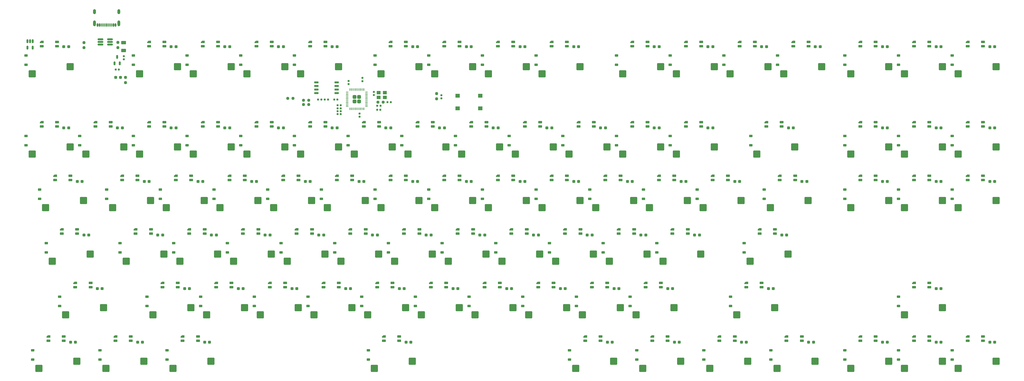
<source format=gbr>
%TF.GenerationSoftware,KiCad,Pcbnew,8.0.8*%
%TF.CreationDate,2025-02-03T11:25:15-05:00*%
%TF.ProjectId,keyboard_pcb,6b657962-6f61-4726-945f-7063622e6b69,rev?*%
%TF.SameCoordinates,Original*%
%TF.FileFunction,Paste,Bot*%
%TF.FilePolarity,Positive*%
%FSLAX46Y46*%
G04 Gerber Fmt 4.6, Leading zero omitted, Abs format (unit mm)*
G04 Created by KiCad (PCBNEW 8.0.8) date 2025-02-03 11:25:15*
%MOMM*%
%LPD*%
G01*
G04 APERTURE LIST*
G04 Aperture macros list*
%AMRoundRect*
0 Rectangle with rounded corners*
0 $1 Rounding radius*
0 $2 $3 $4 $5 $6 $7 $8 $9 X,Y pos of 4 corners*
0 Add a 4 corners polygon primitive as box body*
4,1,4,$2,$3,$4,$5,$6,$7,$8,$9,$2,$3,0*
0 Add four circle primitives for the rounded corners*
1,1,$1+$1,$2,$3*
1,1,$1+$1,$4,$5*
1,1,$1+$1,$6,$7*
1,1,$1+$1,$8,$9*
0 Add four rect primitives between the rounded corners*
20,1,$1+$1,$2,$3,$4,$5,0*
20,1,$1+$1,$4,$5,$6,$7,0*
20,1,$1+$1,$6,$7,$8,$9,0*
20,1,$1+$1,$8,$9,$2,$3,0*%
%AMFreePoly0*
4,1,18,-0.410000,0.593000,-0.403758,0.624380,-0.385983,0.650983,-0.359380,0.668758,-0.328000,0.675000,0.328000,0.675000,0.359380,0.668758,0.385983,0.650983,0.403758,0.624380,0.410000,0.593000,0.410000,-0.593000,0.403758,-0.624380,0.385983,-0.650983,0.359380,-0.668758,0.328000,-0.675000,0.000000,-0.675000,-0.410000,-0.265000,-0.410000,0.593000,-0.410000,0.593000,$1*%
G04 Aperture macros list end*
%ADD10RoundRect,0.250000X-1.025000X-1.000000X1.025000X-1.000000X1.025000X1.000000X-1.025000X1.000000X0*%
%ADD11RoundRect,0.225000X-0.375000X0.225000X-0.375000X-0.225000X0.375000X-0.225000X0.375000X0.225000X0*%
%ADD12RoundRect,0.237500X-0.300000X-0.237500X0.300000X-0.237500X0.300000X0.237500X-0.300000X0.237500X0*%
%ADD13RoundRect,0.082000X-0.593000X0.328000X-0.593000X-0.328000X0.593000X-0.328000X0.593000X0.328000X0*%
%ADD14FreePoly0,270.000000*%
%ADD15RoundRect,0.250000X-0.625000X0.375000X-0.625000X-0.375000X0.625000X-0.375000X0.625000X0.375000X0*%
%ADD16RoundRect,0.155000X-0.155000X0.212500X-0.155000X-0.212500X0.155000X-0.212500X0.155000X0.212500X0*%
%ADD17RoundRect,0.155000X0.212500X0.155000X-0.212500X0.155000X-0.212500X-0.155000X0.212500X-0.155000X0*%
%ADD18RoundRect,0.237500X-0.237500X0.250000X-0.237500X-0.250000X0.237500X-0.250000X0.237500X0.250000X0*%
%ADD19RoundRect,0.155000X-0.212500X-0.155000X0.212500X-0.155000X0.212500X0.155000X-0.212500X0.155000X0*%
%ADD20RoundRect,0.150000X-0.150000X0.512500X-0.150000X-0.512500X0.150000X-0.512500X0.150000X0.512500X0*%
%ADD21RoundRect,0.155000X0.155000X-0.212500X0.155000X0.212500X-0.155000X0.212500X-0.155000X-0.212500X0*%
%ADD22R,1.600000X1.400000*%
%ADD23RoundRect,0.237500X0.250000X0.237500X-0.250000X0.237500X-0.250000X-0.237500X0.250000X-0.237500X0*%
%ADD24RoundRect,0.237500X0.287500X0.237500X-0.287500X0.237500X-0.287500X-0.237500X0.287500X-0.237500X0*%
%ADD25RoundRect,0.237500X-0.250000X-0.237500X0.250000X-0.237500X0.250000X0.237500X-0.250000X0.237500X0*%
%ADD26RoundRect,0.150000X0.650000X0.150000X-0.650000X0.150000X-0.650000X-0.150000X0.650000X-0.150000X0*%
%ADD27O,1.000000X2.100000*%
%ADD28O,1.000000X1.800000*%
%ADD29RoundRect,0.150000X-0.150000X-0.425000X0.150000X-0.425000X0.150000X0.425000X-0.150000X0.425000X0*%
%ADD30RoundRect,0.075000X-0.075000X-0.500000X0.075000X-0.500000X0.075000X0.500000X-0.075000X0.500000X0*%
%ADD31RoundRect,0.162500X0.837500X0.162500X-0.837500X0.162500X-0.837500X-0.162500X0.837500X-0.162500X0*%
%ADD32R,1.400000X1.200000*%
%ADD33RoundRect,0.050000X-0.387500X0.050000X-0.387500X-0.050000X0.387500X-0.050000X0.387500X0.050000X0*%
%ADD34RoundRect,0.050000X-0.050000X0.387500X-0.050000X-0.387500X0.050000X-0.387500X0.050000X0.387500X0*%
%ADD35RoundRect,0.249999X-0.395001X0.395001X-0.395001X-0.395001X0.395001X-0.395001X0.395001X0.395001X0*%
%ADD36RoundRect,0.150000X0.150000X-0.512500X0.150000X0.512500X-0.150000X0.512500X-0.150000X-0.512500X0*%
G04 APERTURE END LIST*
D10*
%TO.C,MX17*%
X45460000Y-69215000D03*
X32010000Y-71755000D03*
%TD*%
D11*
%TO.C,D60*%
X215587500Y-103375000D03*
X215587500Y-106675000D03*
%TD*%
D12*
%TO.C,C65*%
X86100000Y-119575000D03*
X87825000Y-119575000D03*
%TD*%
D10*
%TO.C,MX7*%
X188335000Y-40640000D03*
X174885000Y-43180000D03*
%TD*%
D11*
%TO.C,D34*%
X34612500Y-84325000D03*
X34612500Y-87625000D03*
%TD*%
D13*
%TO.C,LED23*%
X155125000Y-61925000D03*
X155125000Y-60425000D03*
X149675000Y-61925000D03*
D14*
X149675000Y-60425000D03*
%TD*%
D11*
%TO.C,D29*%
X258450000Y-65275000D03*
X258450000Y-68575000D03*
%TD*%
D10*
%TO.C,MX24*%
X178810000Y-69215000D03*
X165360000Y-71755000D03*
%TD*%
D13*
%TO.C,LED17*%
X40825000Y-61925000D03*
X40825000Y-60425000D03*
X35375000Y-61925000D03*
D14*
X35375000Y-60425000D03*
%TD*%
D11*
%TO.C,D62*%
X253687500Y-103375000D03*
X253687500Y-106675000D03*
%TD*%
D12*
%TO.C,C68*%
X143250000Y-119575000D03*
X144975000Y-119575000D03*
%TD*%
D11*
%TO.C,D22*%
X125100000Y-65275000D03*
X125100000Y-68575000D03*
%TD*%
D10*
%TO.C,MX10*%
X255010000Y-40640000D03*
X241560000Y-43180000D03*
%TD*%
D11*
%TO.C,D64*%
X41756250Y-122425000D03*
X41756250Y-125725000D03*
%TD*%
%TO.C,D23*%
X144150000Y-65275000D03*
X144150000Y-68575000D03*
%TD*%
D13*
%TO.C,LED43*%
X221800000Y-80975000D03*
X221800000Y-79475000D03*
X216350000Y-80975000D03*
D14*
X216350000Y-79475000D03*
%TD*%
D10*
%TO.C,MX75*%
X295491250Y-126365000D03*
X282041250Y-128905000D03*
%TD*%
%TO.C,MX71*%
X202622500Y-126365000D03*
X189172500Y-128905000D03*
%TD*%
D13*
%TO.C,LED79*%
X90831250Y-138125000D03*
X90831250Y-136625000D03*
X85381250Y-138125000D03*
D14*
X85381250Y-136625000D03*
%TD*%
D13*
%TO.C,LED29*%
X269425000Y-61925000D03*
X269425000Y-60425000D03*
X263975000Y-61925000D03*
D14*
X263975000Y-60425000D03*
%TD*%
D15*
%TO.C,F1*%
X64475000Y-32150000D03*
X64475000Y-34950000D03*
%TD*%
D10*
%TO.C,MX74*%
X259772500Y-126365000D03*
X246322500Y-128905000D03*
%TD*%
D13*
%TO.C,LED20*%
X97975000Y-61925000D03*
X97975000Y-60425000D03*
X92525000Y-61925000D03*
D14*
X92525000Y-60425000D03*
%TD*%
D11*
%TO.C,D1*%
X29850000Y-36700000D03*
X29850000Y-40000000D03*
%TD*%
D16*
%TO.C,C99*%
X64575000Y-36907500D03*
X64575000Y-38042500D03*
%TD*%
D12*
%TO.C,C45*%
X262312500Y-81475000D03*
X264037500Y-81475000D03*
%TD*%
D13*
%TO.C,LED1*%
X40825000Y-33350000D03*
X40825000Y-31850000D03*
X35375000Y-33350000D03*
D14*
X35375000Y-31850000D03*
%TD*%
D11*
%TO.C,D74*%
X244162500Y-122425000D03*
X244162500Y-125725000D03*
%TD*%
D12*
%TO.C,C24*%
X176587500Y-62425000D03*
X178312500Y-62425000D03*
%TD*%
D13*
%TO.C,LED69*%
X159887500Y-119075000D03*
X159887500Y-117575000D03*
X154437500Y-119075000D03*
D14*
X154437500Y-117575000D03*
%TD*%
D10*
%TO.C,MX68*%
X145472500Y-126365000D03*
X132022500Y-128905000D03*
%TD*%
D17*
%TO.C,C103*%
X159242500Y-53300000D03*
X158107500Y-53300000D03*
%TD*%
D12*
%TO.C,C3*%
X100387500Y-33528000D03*
X102112500Y-33528000D03*
%TD*%
D13*
%TO.C,LED77*%
X43206250Y-138125000D03*
X43206250Y-136625000D03*
X37756250Y-138125000D03*
D14*
X37756250Y-136625000D03*
%TD*%
D13*
%TO.C,LED87*%
X369437500Y-138125000D03*
X369437500Y-136625000D03*
X363987500Y-138125000D03*
D14*
X363987500Y-136625000D03*
%TD*%
D11*
%TO.C,D32*%
X339412500Y-65275000D03*
X339412500Y-68575000D03*
%TD*%
D10*
%TO.C,MX44*%
X245485000Y-88265000D03*
X232035000Y-90805000D03*
%TD*%
D11*
%TO.C,D70*%
X167962500Y-122425000D03*
X167962500Y-125725000D03*
%TD*%
D13*
%TO.C,LED34*%
X45587500Y-80975000D03*
X45587500Y-79475000D03*
X40137500Y-80975000D03*
D14*
X40137500Y-79475000D03*
%TD*%
D10*
%TO.C,MX85*%
X335972500Y-145415000D03*
X322522500Y-147955000D03*
%TD*%
%TO.C,MX61*%
X250247500Y-107315000D03*
X236797500Y-109855000D03*
%TD*%
%TO.C,MX28*%
X255010000Y-69215000D03*
X241560000Y-71755000D03*
%TD*%
D17*
%TO.C,C89*%
X140317500Y-52350000D03*
X139182500Y-52350000D03*
%TD*%
D13*
%TO.C,LED53*%
X93212500Y-100025000D03*
X93212500Y-98525000D03*
X87762500Y-100025000D03*
D14*
X87762500Y-98525000D03*
%TD*%
D13*
%TO.C,LED28*%
X250375000Y-61925000D03*
X250375000Y-60425000D03*
X244925000Y-61925000D03*
D14*
X244925000Y-60425000D03*
%TD*%
D10*
%TO.C,MX39*%
X150235000Y-88265000D03*
X136785000Y-90805000D03*
%TD*%
D11*
%TO.C,D63*%
X284643750Y-103375000D03*
X284643750Y-106675000D03*
%TD*%
D10*
%TO.C,MX25*%
X197860000Y-69215000D03*
X184410000Y-71755000D03*
%TD*%
D11*
%TO.C,D43*%
X210825000Y-84325000D03*
X210825000Y-87625000D03*
%TD*%
D12*
%TO.C,C80*%
X164681250Y-138625000D03*
X166406250Y-138625000D03*
%TD*%
D11*
%TO.C,D68*%
X129862500Y-122425000D03*
X129862500Y-125725000D03*
%TD*%
D13*
%TO.C,LED32*%
X350387500Y-61925000D03*
X350387500Y-60425000D03*
X344937500Y-61925000D03*
D14*
X344937500Y-60425000D03*
%TD*%
D10*
%TO.C,MX26*%
X216910000Y-69215000D03*
X203460000Y-71755000D03*
%TD*%
D12*
%TO.C,C69*%
X162300000Y-119575000D03*
X164025000Y-119575000D03*
%TD*%
D13*
%TO.C,LED76*%
X350387500Y-119075000D03*
X350387500Y-117575000D03*
X344937500Y-119075000D03*
D14*
X344937500Y-117575000D03*
%TD*%
D13*
%TO.C,LED75*%
X290856250Y-119075000D03*
X290856250Y-117575000D03*
X285406250Y-119075000D03*
D14*
X285406250Y-117575000D03*
%TD*%
D13*
%TO.C,LED78*%
X67018750Y-138125000D03*
X67018750Y-136625000D03*
X61568750Y-138125000D03*
D14*
X61568750Y-136625000D03*
%TD*%
D11*
%TO.C,D67*%
X110812500Y-122425000D03*
X110812500Y-125725000D03*
%TD*%
D10*
%TO.C,MX56*%
X154997500Y-107315000D03*
X141547500Y-109855000D03*
%TD*%
D13*
%TO.C,LED70*%
X178937500Y-119075000D03*
X178937500Y-117575000D03*
X173487500Y-119075000D03*
D14*
X173487500Y-117575000D03*
%TD*%
D11*
%TO.C,D65*%
X72712500Y-122425000D03*
X72712500Y-125725000D03*
%TD*%
D13*
%TO.C,LED50*%
X369437500Y-80975000D03*
X369437500Y-79475000D03*
X363987500Y-80975000D03*
D14*
X363987500Y-79475000D03*
%TD*%
D12*
%TO.C,C14*%
X333750000Y-33528000D03*
X335475000Y-33528000D03*
%TD*%
D10*
%TO.C,MX70*%
X183572500Y-126365000D03*
X170122500Y-128905000D03*
%TD*%
D11*
%TO.C,D18*%
X48900000Y-65275000D03*
X48900000Y-68575000D03*
%TD*%
%TO.C,D3*%
X87000000Y-36700000D03*
X87000000Y-40000000D03*
%TD*%
D10*
%TO.C,MX59*%
X212147500Y-107315000D03*
X198697500Y-109855000D03*
%TD*%
D18*
%TO.C,R5*%
X62425000Y-33862500D03*
X62425000Y-32037500D03*
%TD*%
D10*
%TO.C,MX40*%
X169285000Y-88265000D03*
X155835000Y-90805000D03*
%TD*%
D12*
%TO.C,C79*%
X93243750Y-138625000D03*
X94968750Y-138625000D03*
%TD*%
D13*
%TO.C,LED16*%
X369437500Y-33350000D03*
X369437500Y-31850000D03*
X363987500Y-33350000D03*
D14*
X363987500Y-31850000D03*
%TD*%
D10*
%TO.C,MX41*%
X188335000Y-88265000D03*
X174885000Y-90805000D03*
%TD*%
D11*
%TO.C,D79*%
X79856250Y-141475000D03*
X79856250Y-144775000D03*
%TD*%
%TO.C,D14*%
X320362500Y-36700000D03*
X320362500Y-40000000D03*
%TD*%
D13*
%TO.C,LED33*%
X369437500Y-61925000D03*
X369437500Y-60425000D03*
X363987500Y-61925000D03*
D14*
X363987500Y-60425000D03*
%TD*%
D12*
%TO.C,C71*%
X200400000Y-119575000D03*
X202125000Y-119575000D03*
%TD*%
D10*
%TO.C,MX42*%
X207385000Y-88265000D03*
X193935000Y-90805000D03*
%TD*%
%TO.C,MX38*%
X131185000Y-88265000D03*
X117735000Y-90805000D03*
%TD*%
D13*
%TO.C,LED42*%
X202750000Y-80975000D03*
X202750000Y-79475000D03*
X197300000Y-80975000D03*
D14*
X197300000Y-79475000D03*
%TD*%
D11*
%TO.C,D81*%
X222731250Y-141475000D03*
X222731250Y-144775000D03*
%TD*%
%TO.C,D59*%
X196537500Y-103375000D03*
X196537500Y-106675000D03*
%TD*%
D13*
%TO.C,LED30*%
X298000000Y-61925000D03*
X298000000Y-60425000D03*
X292550000Y-61925000D03*
D14*
X292550000Y-60425000D03*
%TD*%
D12*
%TO.C,C26*%
X214687500Y-62425000D03*
X216412500Y-62425000D03*
%TD*%
%TO.C,C10*%
X252787500Y-33528000D03*
X254512500Y-33528000D03*
%TD*%
%TO.C,C72*%
X219450000Y-119575000D03*
X221175000Y-119575000D03*
%TD*%
D19*
%TO.C,C94*%
X154482500Y-54525000D03*
X155617500Y-54525000D03*
%TD*%
D13*
%TO.C,LED60*%
X226562500Y-100025000D03*
X226562500Y-98525000D03*
X221112500Y-100025000D03*
D14*
X221112500Y-98525000D03*
%TD*%
D10*
%TO.C,MX15*%
X355022500Y-40640000D03*
X341572500Y-43180000D03*
%TD*%
%TO.C,MX76*%
X355022500Y-126365000D03*
X341572500Y-128905000D03*
%TD*%
D13*
%TO.C,LED6*%
X164650000Y-33350000D03*
X164650000Y-31850000D03*
X159200000Y-33350000D03*
D14*
X159200000Y-31850000D03*
%TD*%
D10*
%TO.C,MX66*%
X107372500Y-126365000D03*
X93922500Y-128905000D03*
%TD*%
D11*
%TO.C,D21*%
X106050000Y-65275000D03*
X106050000Y-68575000D03*
%TD*%
D13*
%TO.C,LED71*%
X197987500Y-119075000D03*
X197987500Y-117575000D03*
X192537500Y-119075000D03*
D14*
X192537500Y-117575000D03*
%TD*%
D10*
%TO.C,MX52*%
X78797500Y-107315000D03*
X65347500Y-109855000D03*
%TD*%
D12*
%TO.C,C12*%
X290887500Y-33528000D03*
X292612500Y-33528000D03*
%TD*%
D11*
%TO.C,D87*%
X358462500Y-141475000D03*
X358462500Y-144775000D03*
%TD*%
D12*
%TO.C,C40*%
X167062500Y-81475000D03*
X168787500Y-81475000D03*
%TD*%
%TO.C,C60*%
X228975000Y-100525000D03*
X230700000Y-100525000D03*
%TD*%
D13*
%TO.C,LED11*%
X269425000Y-33350000D03*
X269425000Y-31850000D03*
X263975000Y-33350000D03*
D14*
X263975000Y-31850000D03*
%TD*%
D12*
%TO.C,C64*%
X55143750Y-119575000D03*
X56868750Y-119575000D03*
%TD*%
D11*
%TO.C,D20*%
X87000000Y-65275000D03*
X87000000Y-68575000D03*
%TD*%
D12*
%TO.C,C42*%
X205162500Y-81475000D03*
X206887500Y-81475000D03*
%TD*%
D11*
%TO.C,D6*%
X153675000Y-36700000D03*
X153675000Y-40000000D03*
%TD*%
D12*
%TO.C,C4*%
X119437500Y-33528000D03*
X121162500Y-33528000D03*
%TD*%
D10*
%TO.C,MX35*%
X74035000Y-88265000D03*
X60585000Y-90805000D03*
%TD*%
%TO.C,MX55*%
X135947500Y-107315000D03*
X122497500Y-109855000D03*
%TD*%
%TO.C,MX80*%
X166903750Y-145415000D03*
X153453750Y-147955000D03*
%TD*%
%TO.C,MX51*%
X52603750Y-107315000D03*
X39153750Y-109855000D03*
%TD*%
D12*
%TO.C,C23*%
X157537500Y-62425000D03*
X159262500Y-62425000D03*
%TD*%
D13*
%TO.C,LED51*%
X47968750Y-100025000D03*
X47968750Y-98525000D03*
X42518750Y-100025000D03*
D14*
X42518750Y-98525000D03*
%TD*%
D11*
%TO.C,D36*%
X77475000Y-84325000D03*
X77475000Y-87625000D03*
%TD*%
D13*
%TO.C,LED63*%
X295618750Y-100025000D03*
X295618750Y-98525000D03*
X290168750Y-100025000D03*
D14*
X290168750Y-98525000D03*
%TD*%
D11*
%TO.C,D80*%
X151293750Y-141475000D03*
X151293750Y-144775000D03*
%TD*%
%TO.C,D37*%
X96525000Y-84325000D03*
X96525000Y-87625000D03*
%TD*%
%TO.C,D41*%
X172725000Y-84325000D03*
X172725000Y-87625000D03*
%TD*%
D12*
%TO.C,C85*%
X333750000Y-138625000D03*
X335475000Y-138625000D03*
%TD*%
D11*
%TO.C,D82*%
X246543750Y-141475000D03*
X246543750Y-144775000D03*
%TD*%
D10*
%TO.C,MX50*%
X374072500Y-88265000D03*
X360622500Y-90805000D03*
%TD*%
D18*
%TO.C,R8*%
X65150000Y-44512500D03*
X65150000Y-46337500D03*
%TD*%
D10*
%TO.C,MX73*%
X240722500Y-126365000D03*
X227272500Y-128905000D03*
%TD*%
D13*
%TO.C,LED15*%
X350387500Y-33350000D03*
X350387500Y-31850000D03*
X344937500Y-33350000D03*
D14*
X344937500Y-31850000D03*
%TD*%
D12*
%TO.C,C76*%
X352800000Y-119575000D03*
X354525000Y-119575000D03*
%TD*%
D13*
%TO.C,LED19*%
X78925000Y-61925000D03*
X78925000Y-60425000D03*
X73475000Y-61925000D03*
D14*
X73475000Y-60425000D03*
%TD*%
D11*
%TO.C,D44*%
X229875000Y-84325000D03*
X229875000Y-87625000D03*
%TD*%
%TO.C,D38*%
X115575000Y-84325000D03*
X115575000Y-87625000D03*
%TD*%
D13*
%TO.C,LED7*%
X183700000Y-33350000D03*
X183700000Y-31850000D03*
X178250000Y-33350000D03*
D14*
X178250000Y-31850000D03*
%TD*%
D12*
%TO.C,C51*%
X50381250Y-100525000D03*
X52106250Y-100525000D03*
%TD*%
%TO.C,C57*%
X171825000Y-100525000D03*
X173550000Y-100525000D03*
%TD*%
D11*
%TO.C,D56*%
X139387500Y-103375000D03*
X139387500Y-106675000D03*
%TD*%
D12*
%TO.C,C15*%
X352800000Y-33528000D03*
X354525000Y-33528000D03*
%TD*%
D13*
%TO.C,LED85*%
X331337500Y-138125000D03*
X331337500Y-136625000D03*
X325887500Y-138125000D03*
D14*
X325887500Y-136625000D03*
%TD*%
D13*
%TO.C,LED18*%
X59875000Y-61925000D03*
X59875000Y-60425000D03*
X54425000Y-61925000D03*
D14*
X54425000Y-60425000D03*
%TD*%
D13*
%TO.C,LED80*%
X162268750Y-138125000D03*
X162268750Y-136625000D03*
X156818750Y-138125000D03*
D14*
X156818750Y-136625000D03*
%TD*%
D10*
%TO.C,MX8*%
X207385000Y-40640000D03*
X193935000Y-43180000D03*
%TD*%
D13*
%TO.C,LED36*%
X88450000Y-80975000D03*
X88450000Y-79475000D03*
X83000000Y-80975000D03*
D14*
X83000000Y-79475000D03*
%TD*%
D11*
%TO.C,D72*%
X206062500Y-122425000D03*
X206062500Y-125725000D03*
%TD*%
D12*
%TO.C,C78*%
X69431250Y-138625000D03*
X71156250Y-138625000D03*
%TD*%
%TO.C,C29*%
X271837500Y-62425000D03*
X273562500Y-62425000D03*
%TD*%
D10*
%TO.C,MX53*%
X97847500Y-107315000D03*
X84397500Y-109855000D03*
%TD*%
%TO.C,MX81*%
X238341250Y-145415000D03*
X224891250Y-147955000D03*
%TD*%
D12*
%TO.C,C70*%
X181350000Y-119575000D03*
X183075000Y-119575000D03*
%TD*%
D11*
%TO.C,D27*%
X220350000Y-65275000D03*
X220350000Y-68575000D03*
%TD*%
D12*
%TO.C,C5*%
X138487500Y-33528000D03*
X140212500Y-33528000D03*
%TD*%
D20*
%TO.C,U4*%
X30317500Y-31652500D03*
X31267500Y-31652500D03*
X32217500Y-31652500D03*
X32217500Y-33927500D03*
X30317500Y-33927500D03*
%TD*%
D13*
%TO.C,LED47*%
X302762500Y-80975000D03*
X302762500Y-79475000D03*
X297312500Y-80975000D03*
D14*
X297312500Y-79475000D03*
%TD*%
D10*
%TO.C,MX84*%
X309778750Y-145415000D03*
X296328750Y-147955000D03*
%TD*%
D12*
%TO.C,C6*%
X167062500Y-33528000D03*
X168787500Y-33528000D03*
%TD*%
%TO.C,C37*%
X109912500Y-81475000D03*
X111637500Y-81475000D03*
%TD*%
D16*
%TO.C,C96*%
X148150000Y-57307500D03*
X148150000Y-58442500D03*
%TD*%
D13*
%TO.C,LED58*%
X188462500Y-100025000D03*
X188462500Y-98525000D03*
X183012500Y-100025000D03*
D14*
X183012500Y-98525000D03*
%TD*%
D21*
%TO.C,C95*%
X149225000Y-45817500D03*
X149225000Y-44682500D03*
%TD*%
D11*
%TO.C,D8*%
X191775000Y-36700000D03*
X191775000Y-40000000D03*
%TD*%
D10*
%TO.C,MX3*%
X102610000Y-40640000D03*
X89160000Y-43180000D03*
%TD*%
%TO.C,MX5*%
X140710000Y-40640000D03*
X127260000Y-43180000D03*
%TD*%
D13*
%TO.C,LED86*%
X350387500Y-138125000D03*
X350387500Y-136625000D03*
X344937500Y-138125000D03*
D14*
X344937500Y-136625000D03*
%TD*%
D19*
%TO.C,C101*%
X61632500Y-41700000D03*
X62767500Y-41700000D03*
%TD*%
D10*
%TO.C,MX77*%
X47841250Y-145415000D03*
X34391250Y-147955000D03*
%TD*%
D12*
%TO.C,C61*%
X248025000Y-100525000D03*
X249750000Y-100525000D03*
%TD*%
D10*
%TO.C,MX29*%
X274060000Y-69215000D03*
X260610000Y-71755000D03*
%TD*%
D11*
%TO.C,D10*%
X239400000Y-36700000D03*
X239400000Y-40000000D03*
%TD*%
D13*
%TO.C,LED57*%
X169412500Y-100025000D03*
X169412500Y-98525000D03*
X163962500Y-100025000D03*
D14*
X163962500Y-98525000D03*
%TD*%
D12*
%TO.C,C35*%
X71812500Y-81475000D03*
X73537500Y-81475000D03*
%TD*%
D10*
%TO.C,MX32*%
X355022500Y-69215000D03*
X341572500Y-71755000D03*
%TD*%
D12*
%TO.C,C18*%
X62287500Y-62425000D03*
X64012500Y-62425000D03*
%TD*%
%TO.C,C75*%
X293268750Y-119575000D03*
X294993750Y-119575000D03*
%TD*%
%TO.C,C52*%
X76575000Y-100525000D03*
X78300000Y-100525000D03*
%TD*%
D13*
%TO.C,LED26*%
X212275000Y-61925000D03*
X212275000Y-60425000D03*
X206825000Y-61925000D03*
D14*
X206825000Y-60425000D03*
%TD*%
D13*
%TO.C,LED55*%
X131312500Y-100025000D03*
X131312500Y-98525000D03*
X125862500Y-100025000D03*
D14*
X125862500Y-98525000D03*
%TD*%
D11*
%TO.C,D48*%
X320362500Y-84325000D03*
X320362500Y-87625000D03*
%TD*%
D12*
%TO.C,C28*%
X252787500Y-62425000D03*
X254512500Y-62425000D03*
%TD*%
D10*
%TO.C,MX14*%
X335972500Y-40640000D03*
X322522500Y-43180000D03*
%TD*%
D12*
%TO.C,C63*%
X298031250Y-100525000D03*
X299756250Y-100525000D03*
%TD*%
D11*
%TO.C,D58*%
X177487500Y-103375000D03*
X177487500Y-106675000D03*
%TD*%
D10*
%TO.C,MX4*%
X121660000Y-40640000D03*
X108210000Y-43180000D03*
%TD*%
D11*
%TO.C,D78*%
X56043750Y-141475000D03*
X56043750Y-144775000D03*
%TD*%
D13*
%TO.C,LED54*%
X112262500Y-100025000D03*
X112262500Y-98525000D03*
X106812500Y-100025000D03*
D14*
X106812500Y-98525000D03*
%TD*%
D10*
%TO.C,MX82*%
X262153750Y-145415000D03*
X248703750Y-147955000D03*
%TD*%
D11*
%TO.C,D31*%
X320362500Y-65275000D03*
X320362500Y-68575000D03*
%TD*%
%TO.C,D75*%
X279881250Y-122425000D03*
X279881250Y-125725000D03*
%TD*%
%TO.C,D61*%
X234637500Y-103375000D03*
X234637500Y-106675000D03*
%TD*%
%TO.C,D9*%
X210825000Y-36700000D03*
X210825000Y-40000000D03*
%TD*%
%TO.C,D17*%
X29850000Y-65275000D03*
X29850000Y-68575000D03*
%TD*%
D10*
%TO.C,MX78*%
X71653750Y-145415000D03*
X58203750Y-147955000D03*
%TD*%
D11*
%TO.C,D86*%
X339412500Y-141475000D03*
X339412500Y-144775000D03*
%TD*%
D10*
%TO.C,MX72*%
X221672500Y-126365000D03*
X208222500Y-128905000D03*
%TD*%
%TO.C,MX13*%
X312160000Y-40640000D03*
X298710000Y-43180000D03*
%TD*%
D11*
%TO.C,D4*%
X106050000Y-36700000D03*
X106050000Y-40000000D03*
%TD*%
D10*
%TO.C,MX19*%
X83560000Y-69215000D03*
X70110000Y-71755000D03*
%TD*%
D13*
%TO.C,LED12*%
X288475000Y-33350000D03*
X288475000Y-31850000D03*
X283025000Y-33350000D03*
D14*
X283025000Y-31850000D03*
%TD*%
D12*
%TO.C,C86*%
X352800000Y-138625000D03*
X354525000Y-138625000D03*
%TD*%
D11*
%TO.C,D5*%
X125100000Y-36700000D03*
X125100000Y-40000000D03*
%TD*%
D12*
%TO.C,C47*%
X305175000Y-81475000D03*
X306900000Y-81475000D03*
%TD*%
D13*
%TO.C,LED4*%
X117025000Y-33350000D03*
X117025000Y-31850000D03*
X111575000Y-33350000D03*
D14*
X111575000Y-31850000D03*
%TD*%
D12*
%TO.C,C62*%
X267075000Y-100525000D03*
X268800000Y-100525000D03*
%TD*%
D10*
%TO.C,MX54*%
X116897500Y-107315000D03*
X103447500Y-109855000D03*
%TD*%
D11*
%TO.C,D73*%
X225112500Y-122425000D03*
X225112500Y-125725000D03*
%TD*%
D13*
%TO.C,LED52*%
X74162500Y-100025000D03*
X74162500Y-98525000D03*
X68712500Y-100025000D03*
D14*
X68712500Y-98525000D03*
%TD*%
D13*
%TO.C,LED38*%
X126550000Y-80975000D03*
X126550000Y-79475000D03*
X121100000Y-80975000D03*
D14*
X121100000Y-79475000D03*
%TD*%
D13*
%TO.C,LED5*%
X136075000Y-33350000D03*
X136075000Y-31850000D03*
X130625000Y-33350000D03*
D14*
X130625000Y-31850000D03*
%TD*%
D10*
%TO.C,MX79*%
X95466250Y-145415000D03*
X82016250Y-147955000D03*
%TD*%
D11*
%TO.C,D39*%
X134625000Y-84325000D03*
X134625000Y-87625000D03*
%TD*%
D13*
%TO.C,LED25*%
X193225000Y-61925000D03*
X193225000Y-60425000D03*
X187775000Y-61925000D03*
D14*
X187775000Y-60425000D03*
%TD*%
D13*
%TO.C,LED61*%
X245612500Y-100025000D03*
X245612500Y-98525000D03*
X240162500Y-100025000D03*
D14*
X240162500Y-98525000D03*
%TD*%
D11*
%TO.C,D42*%
X191775000Y-84325000D03*
X191775000Y-87625000D03*
%TD*%
%TO.C,D33*%
X358462500Y-65275000D03*
X358462500Y-68575000D03*
%TD*%
D10*
%TO.C,MX49*%
X355022500Y-88265000D03*
X341572500Y-90805000D03*
%TD*%
D12*
%TO.C,C38*%
X128962500Y-81475000D03*
X130687500Y-81475000D03*
%TD*%
D10*
%TO.C,MX43*%
X226435000Y-88265000D03*
X212985000Y-90805000D03*
%TD*%
D22*
%TO.C,SW1*%
X182992500Y-55475000D03*
X190992500Y-55475000D03*
X182992500Y-50975000D03*
X190992500Y-50975000D03*
%TD*%
D10*
%TO.C,MX2*%
X83560000Y-40640000D03*
X70110000Y-43180000D03*
%TD*%
D13*
%TO.C,LED41*%
X183700000Y-80975000D03*
X183700000Y-79475000D03*
X178250000Y-80975000D03*
D14*
X178250000Y-79475000D03*
%TD*%
D21*
%TO.C,C100*%
X177200000Y-51942500D03*
X177200000Y-50807500D03*
%TD*%
D19*
%TO.C,C88*%
X154457500Y-55975000D03*
X155592500Y-55975000D03*
%TD*%
D10*
%TO.C,MX87*%
X374072500Y-145415000D03*
X360622500Y-147955000D03*
%TD*%
D19*
%TO.C,C98*%
X140382500Y-54375000D03*
X141517500Y-54375000D03*
%TD*%
D23*
%TO.C,R4*%
X130137500Y-54125000D03*
X128312500Y-54125000D03*
%TD*%
D10*
%TO.C,MX18*%
X64510000Y-69215000D03*
X51060000Y-71755000D03*
%TD*%
%TO.C,MX64*%
X57366250Y-126365000D03*
X43916250Y-128905000D03*
%TD*%
D13*
%TO.C,LED83*%
X281331250Y-138125000D03*
X281331250Y-136625000D03*
X275881250Y-138125000D03*
D14*
X275881250Y-136625000D03*
%TD*%
D13*
%TO.C,LED44*%
X240850000Y-80975000D03*
X240850000Y-79475000D03*
X235400000Y-80975000D03*
D14*
X235400000Y-79475000D03*
%TD*%
D11*
%TO.C,D16*%
X358462500Y-36700000D03*
X358462500Y-40000000D03*
%TD*%
D12*
%TO.C,C27*%
X233737500Y-62425000D03*
X235462500Y-62425000D03*
%TD*%
%TO.C,C77*%
X45618750Y-138625000D03*
X47343750Y-138625000D03*
%TD*%
D13*
%TO.C,LED9*%
X221800000Y-33350000D03*
X221800000Y-31850000D03*
X216350000Y-33350000D03*
D14*
X216350000Y-31850000D03*
%TD*%
D11*
%TO.C,D84*%
X294168750Y-141475000D03*
X294168750Y-144775000D03*
%TD*%
D12*
%TO.C,C50*%
X371850000Y-81475000D03*
X373575000Y-81475000D03*
%TD*%
D11*
%TO.C,D25*%
X182250000Y-65275000D03*
X182250000Y-68575000D03*
%TD*%
%TO.C,D45*%
X248925000Y-84325000D03*
X248925000Y-87625000D03*
%TD*%
D13*
%TO.C,LED45*%
X259900000Y-80975000D03*
X259900000Y-79475000D03*
X254450000Y-80975000D03*
D14*
X254450000Y-79475000D03*
%TD*%
D10*
%TO.C,MX83*%
X285966250Y-145415000D03*
X272516250Y-147955000D03*
%TD*%
D11*
%TO.C,D52*%
X63187500Y-103375000D03*
X63187500Y-106675000D03*
%TD*%
D12*
%TO.C,C58*%
X190875000Y-100525000D03*
X192600000Y-100525000D03*
%TD*%
D11*
%TO.C,D71*%
X187012500Y-122425000D03*
X187012500Y-125725000D03*
%TD*%
D12*
%TO.C,C74*%
X257550000Y-119575000D03*
X259275000Y-119575000D03*
%TD*%
D18*
%TO.C,R3*%
X50425000Y-32112500D03*
X50425000Y-33937500D03*
%TD*%
D10*
%TO.C,MX47*%
X307397500Y-88265000D03*
X293947500Y-90805000D03*
%TD*%
%TO.C,MX20*%
X102610000Y-69215000D03*
X89160000Y-71755000D03*
%TD*%
D12*
%TO.C,C48*%
X333750000Y-81475000D03*
X335475000Y-81475000D03*
%TD*%
D17*
%TO.C,C93*%
X134617500Y-52375000D03*
X133482500Y-52375000D03*
%TD*%
D12*
%TO.C,C22*%
X138487500Y-62425000D03*
X140212500Y-62425000D03*
%TD*%
D13*
%TO.C,LED14*%
X331337500Y-33350000D03*
X331337500Y-31850000D03*
X325887500Y-33350000D03*
D14*
X325887500Y-31850000D03*
%TD*%
D12*
%TO.C,C17*%
X43237500Y-62425000D03*
X44962500Y-62425000D03*
%TD*%
%TO.C,C43*%
X224212500Y-81475000D03*
X225937500Y-81475000D03*
%TD*%
D10*
%TO.C,MX9*%
X226435000Y-40640000D03*
X212985000Y-43180000D03*
%TD*%
D24*
%TO.C,D88*%
X63375000Y-44500000D03*
X61625000Y-44500000D03*
%TD*%
D10*
%TO.C,MX1*%
X45460000Y-40640000D03*
X32010000Y-43180000D03*
%TD*%
D11*
%TO.C,D7*%
X172725000Y-36700000D03*
X172725000Y-40000000D03*
%TD*%
D13*
%TO.C,LED2*%
X78925000Y-33350000D03*
X78925000Y-31850000D03*
X73475000Y-33350000D03*
D14*
X73475000Y-31850000D03*
%TD*%
D12*
%TO.C,C41*%
X186112500Y-81475000D03*
X187837500Y-81475000D03*
%TD*%
D18*
%TO.C,R1*%
X175500000Y-50237500D03*
X175500000Y-52062500D03*
%TD*%
D11*
%TO.C,D83*%
X270356250Y-141475000D03*
X270356250Y-144775000D03*
%TD*%
D12*
%TO.C,C9*%
X224212500Y-33528000D03*
X225937500Y-33528000D03*
%TD*%
D13*
%TO.C,LED13*%
X307525000Y-33350000D03*
X307525000Y-31850000D03*
X302075000Y-33350000D03*
D14*
X302075000Y-31850000D03*
%TD*%
D12*
%TO.C,C8*%
X205162500Y-33528000D03*
X206887500Y-33528000D03*
%TD*%
%TO.C,C25*%
X195637500Y-62425000D03*
X197362500Y-62425000D03*
%TD*%
%TO.C,C1*%
X43237500Y-33528000D03*
X44962500Y-33528000D03*
%TD*%
D11*
%TO.C,D69*%
X148912500Y-122425000D03*
X148912500Y-125725000D03*
%TD*%
%TO.C,D11*%
X258450000Y-36700000D03*
X258450000Y-40000000D03*
%TD*%
%TO.C,D85*%
X320362500Y-141475000D03*
X320362500Y-144775000D03*
%TD*%
D12*
%TO.C,C56*%
X152775000Y-100525000D03*
X154500000Y-100525000D03*
%TD*%
%TO.C,C36*%
X90862500Y-81475000D03*
X92587500Y-81475000D03*
%TD*%
D13*
%TO.C,LED72*%
X217037500Y-119075000D03*
X217037500Y-117575000D03*
X211587500Y-119075000D03*
D14*
X211587500Y-117575000D03*
%TD*%
D10*
%TO.C,MX23*%
X159760000Y-69215000D03*
X146310000Y-71755000D03*
%TD*%
D12*
%TO.C,C11*%
X271837500Y-33528000D03*
X273562500Y-33528000D03*
%TD*%
D10*
%TO.C,MX30*%
X302635000Y-69215000D03*
X289185000Y-71755000D03*
%TD*%
D16*
%TO.C,C102*%
X153250000Y-49607500D03*
X153250000Y-50742500D03*
%TD*%
D11*
%TO.C,D54*%
X101287500Y-103375000D03*
X101287500Y-106675000D03*
%TD*%
%TO.C,D30*%
X287025000Y-65275000D03*
X287025000Y-68575000D03*
%TD*%
D17*
%TO.C,C90*%
X141542500Y-56500000D03*
X140407500Y-56500000D03*
%TD*%
D13*
%TO.C,LED10*%
X250375000Y-33350000D03*
X250375000Y-31850000D03*
X244925000Y-33350000D03*
D14*
X244925000Y-31850000D03*
%TD*%
D11*
%TO.C,D77*%
X32231250Y-141475000D03*
X32231250Y-144775000D03*
%TD*%
D12*
%TO.C,C83*%
X283743750Y-138625000D03*
X285468750Y-138625000D03*
%TD*%
D10*
%TO.C,MX45*%
X264535000Y-88265000D03*
X251085000Y-90805000D03*
%TD*%
D12*
%TO.C,C32*%
X352800000Y-62425000D03*
X354525000Y-62425000D03*
%TD*%
D10*
%TO.C,MX46*%
X283585000Y-88265000D03*
X270135000Y-90805000D03*
%TD*%
D12*
%TO.C,C20*%
X100387500Y-62425000D03*
X102112500Y-62425000D03*
%TD*%
D13*
%TO.C,LED39*%
X145600000Y-80975000D03*
X145600000Y-79475000D03*
X140150000Y-80975000D03*
D14*
X140150000Y-79475000D03*
%TD*%
D11*
%TO.C,D53*%
X82237500Y-103375000D03*
X82237500Y-106675000D03*
%TD*%
%TO.C,D15*%
X339412500Y-36700000D03*
X339412500Y-40000000D03*
%TD*%
D12*
%TO.C,C33*%
X371850000Y-62425000D03*
X373575000Y-62425000D03*
%TD*%
%TO.C,C73*%
X238500000Y-119575000D03*
X240225000Y-119575000D03*
%TD*%
D11*
%TO.C,D57*%
X158437500Y-103375000D03*
X158437500Y-106675000D03*
%TD*%
D12*
%TO.C,C2*%
X81337500Y-33528000D03*
X83062500Y-33528000D03*
%TD*%
D10*
%TO.C,MX65*%
X88322500Y-126365000D03*
X74872500Y-128905000D03*
%TD*%
D13*
%TO.C,LED49*%
X350387500Y-80975000D03*
X350387500Y-79475000D03*
X344937500Y-80975000D03*
D14*
X344937500Y-79475000D03*
%TD*%
D10*
%TO.C,MX6*%
X169285000Y-40640000D03*
X155835000Y-43180000D03*
%TD*%
D11*
%TO.C,D28*%
X239400000Y-65275000D03*
X239400000Y-68575000D03*
%TD*%
D25*
%TO.C,R2*%
X128312500Y-52600000D03*
X130137500Y-52600000D03*
%TD*%
D13*
%TO.C,LED37*%
X107500000Y-80975000D03*
X107500000Y-79475000D03*
X102050000Y-80975000D03*
D14*
X102050000Y-79475000D03*
%TD*%
D12*
%TO.C,C7*%
X186112500Y-33528000D03*
X187837500Y-33528000D03*
%TD*%
D11*
%TO.C,D47*%
X291787500Y-84325000D03*
X291787500Y-87625000D03*
%TD*%
D13*
%TO.C,LED82*%
X257518750Y-138125000D03*
X257518750Y-136625000D03*
X252068750Y-138125000D03*
D14*
X252068750Y-136625000D03*
%TD*%
D19*
%TO.C,C104*%
X135857500Y-52375000D03*
X136992500Y-52375000D03*
%TD*%
D10*
%TO.C,MX58*%
X193097500Y-107315000D03*
X179647500Y-109855000D03*
%TD*%
D11*
%TO.C,D2*%
X67950000Y-36700000D03*
X67950000Y-40000000D03*
%TD*%
D13*
%TO.C,LED73*%
X236087500Y-119075000D03*
X236087500Y-117575000D03*
X230637500Y-119075000D03*
D14*
X230637500Y-117575000D03*
%TD*%
D11*
%TO.C,D46*%
X267975000Y-84325000D03*
X267975000Y-87625000D03*
%TD*%
D10*
%TO.C,MX36*%
X93085000Y-88265000D03*
X79635000Y-90805000D03*
%TD*%
D11*
%TO.C,D35*%
X58425000Y-84325000D03*
X58425000Y-87625000D03*
%TD*%
D10*
%TO.C,MX31*%
X335972500Y-69215000D03*
X322522500Y-71755000D03*
%TD*%
D23*
%TO.C,R6*%
X156537500Y-53250000D03*
X154712500Y-53250000D03*
%TD*%
D10*
%TO.C,MX27*%
X235960000Y-69215000D03*
X222510000Y-71755000D03*
%TD*%
D13*
%TO.C,LED59*%
X207512500Y-100025000D03*
X207512500Y-98525000D03*
X202062500Y-100025000D03*
D14*
X202062500Y-98525000D03*
%TD*%
D11*
%TO.C,D50*%
X358462500Y-84325000D03*
X358462500Y-87625000D03*
%TD*%
D10*
%TO.C,MX69*%
X164522500Y-126365000D03*
X151072500Y-128905000D03*
%TD*%
%TO.C,MX67*%
X126422500Y-126365000D03*
X112972500Y-128905000D03*
%TD*%
%TO.C,MX48*%
X335972500Y-88265000D03*
X322522500Y-90805000D03*
%TD*%
D13*
%TO.C,LED67*%
X121787500Y-119075000D03*
X121787500Y-117575000D03*
X116337500Y-119075000D03*
D14*
X116337500Y-117575000D03*
%TD*%
D12*
%TO.C,C30*%
X300412500Y-62425000D03*
X302137500Y-62425000D03*
%TD*%
D11*
%TO.C,D49*%
X339412500Y-84325000D03*
X339412500Y-87625000D03*
%TD*%
D13*
%TO.C,LED46*%
X278950000Y-80975000D03*
X278950000Y-79475000D03*
X273500000Y-80975000D03*
D14*
X273500000Y-79475000D03*
%TD*%
D10*
%TO.C,MX37*%
X112135000Y-88265000D03*
X98685000Y-90805000D03*
%TD*%
D12*
%TO.C,C67*%
X124200000Y-119575000D03*
X125925000Y-119575000D03*
%TD*%
%TO.C,C53*%
X95625000Y-100525000D03*
X97350000Y-100525000D03*
%TD*%
D13*
%TO.C,LED65*%
X83687500Y-119075000D03*
X83687500Y-117575000D03*
X78237500Y-119075000D03*
D14*
X78237500Y-117575000D03*
%TD*%
D13*
%TO.C,LED8*%
X202750000Y-33350000D03*
X202750000Y-31850000D03*
X197300000Y-33350000D03*
D14*
X197300000Y-31850000D03*
%TD*%
D11*
%TO.C,D55*%
X120337500Y-103375000D03*
X120337500Y-106675000D03*
%TD*%
D13*
%TO.C,LED56*%
X150362500Y-100025000D03*
X150362500Y-98525000D03*
X144912500Y-100025000D03*
D14*
X144912500Y-98525000D03*
%TD*%
D12*
%TO.C,C34*%
X48000000Y-81475000D03*
X49725000Y-81475000D03*
%TD*%
%TO.C,C49*%
X352800000Y-81475000D03*
X354525000Y-81475000D03*
%TD*%
%TO.C,C13*%
X309937500Y-33528000D03*
X311662500Y-33528000D03*
%TD*%
%TO.C,C82*%
X259931250Y-138625000D03*
X261656250Y-138625000D03*
%TD*%
D10*
%TO.C,MX22*%
X140710000Y-69215000D03*
X127260000Y-71755000D03*
%TD*%
D12*
%TO.C,C84*%
X307556250Y-138625000D03*
X309281250Y-138625000D03*
%TD*%
%TO.C,C44*%
X243262500Y-81475000D03*
X244987500Y-81475000D03*
%TD*%
D10*
%TO.C,MX21*%
X121660000Y-69215000D03*
X108210000Y-71755000D03*
%TD*%
D12*
%TO.C,C81*%
X236118750Y-138625000D03*
X237843750Y-138625000D03*
%TD*%
D11*
%TO.C,D12*%
X277500000Y-36700000D03*
X277500000Y-40000000D03*
%TD*%
D26*
%TO.C,U3*%
X140075000Y-46295000D03*
X140075000Y-47565000D03*
X140075000Y-48835000D03*
X140075000Y-50105000D03*
X132875000Y-50105000D03*
X132875000Y-48835000D03*
X132875000Y-47565000D03*
X132875000Y-46295000D03*
%TD*%
D10*
%TO.C,MX33*%
X374072500Y-69215000D03*
X360622500Y-71755000D03*
%TD*%
D13*
%TO.C,LED3*%
X97975000Y-33350000D03*
X97975000Y-31850000D03*
X92525000Y-33350000D03*
D14*
X92525000Y-31850000D03*
%TD*%
D25*
%TO.C,R7*%
X122712500Y-51900000D03*
X124537500Y-51900000D03*
%TD*%
D12*
%TO.C,C59*%
X209925000Y-100525000D03*
X211650000Y-100525000D03*
%TD*%
D13*
%TO.C,LED84*%
X305143750Y-138125000D03*
X305143750Y-136625000D03*
X299693750Y-138125000D03*
D14*
X299693750Y-136625000D03*
%TD*%
D13*
%TO.C,LED64*%
X52731250Y-119075000D03*
X52731250Y-117575000D03*
X47281250Y-119075000D03*
D14*
X47281250Y-117575000D03*
%TD*%
D10*
%TO.C,MX11*%
X274060000Y-40640000D03*
X260610000Y-43180000D03*
%TD*%
%TO.C,MX63*%
X300253750Y-107315000D03*
X286803750Y-109855000D03*
%TD*%
D13*
%TO.C,LED21*%
X117025000Y-61925000D03*
X117025000Y-60425000D03*
X111575000Y-61925000D03*
D14*
X111575000Y-60425000D03*
%TD*%
D27*
%TO.C,J1*%
X62723764Y-25290764D03*
D28*
X62723764Y-21110764D03*
D27*
X54083764Y-25290764D03*
D28*
X54083764Y-21110764D03*
D29*
X55203764Y-25865764D03*
X56003764Y-25865764D03*
D30*
X56653764Y-25865764D03*
X57653764Y-25865764D03*
X59153764Y-25865764D03*
X60153764Y-25865764D03*
D29*
X60803764Y-25865764D03*
X61603764Y-25865764D03*
X61603764Y-25865764D03*
X60803764Y-25865764D03*
D30*
X59653764Y-25865764D03*
X58653764Y-25865764D03*
X58153764Y-25865764D03*
X57153764Y-25865764D03*
D29*
X56003764Y-25865764D03*
X55203764Y-25865764D03*
%TD*%
D13*
%TO.C,LED27*%
X231325000Y-61925000D03*
X231325000Y-60425000D03*
X225875000Y-61925000D03*
D14*
X225875000Y-60425000D03*
%TD*%
D17*
%TO.C,C92*%
X141542500Y-57550000D03*
X140407500Y-57550000D03*
%TD*%
D13*
%TO.C,LED68*%
X140837500Y-119075000D03*
X140837500Y-117575000D03*
X135387500Y-119075000D03*
D14*
X135387500Y-117575000D03*
%TD*%
D13*
%TO.C,LED66*%
X102737500Y-119075000D03*
X102737500Y-117575000D03*
X97287500Y-119075000D03*
D14*
X97287500Y-117575000D03*
%TD*%
D11*
%TO.C,D26*%
X201300000Y-65275000D03*
X201300000Y-68575000D03*
%TD*%
D13*
%TO.C,LED31*%
X331337500Y-61925000D03*
X331337500Y-60425000D03*
X325887500Y-61925000D03*
D14*
X325887500Y-60425000D03*
%TD*%
D13*
%TO.C,LED81*%
X233706250Y-138125000D03*
X233706250Y-136625000D03*
X228256250Y-138125000D03*
D14*
X228256250Y-136625000D03*
%TD*%
D13*
%TO.C,LED24*%
X174175000Y-61925000D03*
X174175000Y-60425000D03*
X168725000Y-61925000D03*
D14*
X168725000Y-60425000D03*
%TD*%
D31*
%TO.C,U5*%
X59660000Y-30900000D03*
X59660000Y-31850000D03*
X59660000Y-32800000D03*
X56240000Y-32800000D03*
X56240000Y-31850000D03*
X56240000Y-30900000D03*
%TD*%
D13*
%TO.C,LED48*%
X331337500Y-80975000D03*
X331337500Y-79475000D03*
X325887500Y-80975000D03*
D14*
X325887500Y-79475000D03*
%TD*%
D12*
%TO.C,C54*%
X114675000Y-100525000D03*
X116400000Y-100525000D03*
%TD*%
D10*
%TO.C,MX57*%
X174047500Y-107315000D03*
X160597500Y-109855000D03*
%TD*%
D12*
%TO.C,C39*%
X148012500Y-81475000D03*
X149737500Y-81475000D03*
%TD*%
D13*
%TO.C,LED40*%
X164650000Y-80975000D03*
X164650000Y-79475000D03*
X159200000Y-80975000D03*
D14*
X159200000Y-79475000D03*
%TD*%
D12*
%TO.C,C66*%
X105150000Y-119575000D03*
X106875000Y-119575000D03*
%TD*%
D32*
%TO.C,Y1*%
X157150000Y-51625000D03*
X154950000Y-51625000D03*
X154950000Y-49925000D03*
X157150000Y-49925000D03*
%TD*%
D12*
%TO.C,C46*%
X281362500Y-81475000D03*
X283087500Y-81475000D03*
%TD*%
D13*
%TO.C,LED35*%
X69400000Y-80975000D03*
X69400000Y-79475000D03*
X63950000Y-80975000D03*
D14*
X63950000Y-79475000D03*
%TD*%
D11*
%TO.C,D13*%
X296550000Y-36700000D03*
X296550000Y-40000000D03*
%TD*%
D10*
%TO.C,MX34*%
X50222500Y-88265000D03*
X36772500Y-90805000D03*
%TD*%
%TO.C,MX62*%
X269297500Y-107315000D03*
X255847500Y-109855000D03*
%TD*%
%TO.C,MX60*%
X231197500Y-107315000D03*
X217747500Y-109855000D03*
%TD*%
%TO.C,MX12*%
X293110000Y-40640000D03*
X279660000Y-43180000D03*
%TD*%
D33*
%TO.C,U2*%
X143800000Y-49650000D03*
X143800000Y-50050000D03*
X143800000Y-50450000D03*
X143800000Y-50850000D03*
X143800000Y-51250000D03*
X143800000Y-51650000D03*
X143800000Y-52050000D03*
X143800000Y-52450000D03*
X143800000Y-52850000D03*
X143800000Y-53250000D03*
X143800000Y-53650000D03*
X143800000Y-54050000D03*
X143800000Y-54450000D03*
X143800000Y-54850000D03*
D34*
X144637500Y-55687500D03*
X145037500Y-55687500D03*
X145437500Y-55687500D03*
X145837500Y-55687500D03*
X146237500Y-55687500D03*
X146637500Y-55687500D03*
X147037500Y-55687500D03*
X147437500Y-55687500D03*
X147837500Y-55687500D03*
X148237500Y-55687500D03*
X148637500Y-55687500D03*
X149037500Y-55687500D03*
X149437500Y-55687500D03*
X149837500Y-55687500D03*
D33*
X150675000Y-54850000D03*
X150675000Y-54450000D03*
X150675000Y-54050000D03*
X150675000Y-53650000D03*
X150675000Y-53250000D03*
X150675000Y-52850000D03*
X150675000Y-52450000D03*
X150675000Y-52050000D03*
X150675000Y-51650000D03*
X150675000Y-51250000D03*
X150675000Y-50850000D03*
X150675000Y-50450000D03*
X150675000Y-50050000D03*
X150675000Y-49650000D03*
D34*
X149837500Y-48812500D03*
X149437500Y-48812500D03*
X149037500Y-48812500D03*
X148637500Y-48812500D03*
X148237500Y-48812500D03*
X147837500Y-48812500D03*
X147437500Y-48812500D03*
X147037500Y-48812500D03*
X146637500Y-48812500D03*
X146237500Y-48812500D03*
X145837500Y-48812500D03*
X145437500Y-48812500D03*
X145037500Y-48812500D03*
X144637500Y-48812500D03*
D35*
X146437500Y-53050000D03*
X148037500Y-53050000D03*
X146437500Y-51450000D03*
X148037500Y-51450000D03*
%TD*%
D11*
%TO.C,D24*%
X163200000Y-65275000D03*
X163200000Y-68575000D03*
%TD*%
%TO.C,D40*%
X153675000Y-84325000D03*
X153675000Y-87625000D03*
%TD*%
D21*
%TO.C,C91*%
X144300000Y-46867500D03*
X144300000Y-45732500D03*
%TD*%
D12*
%TO.C,C21*%
X119437500Y-62425000D03*
X121162500Y-62425000D03*
%TD*%
D10*
%TO.C,MX16*%
X374072500Y-40640000D03*
X360622500Y-43180000D03*
%TD*%
D12*
%TO.C,C31*%
X333750000Y-62425000D03*
X335475000Y-62425000D03*
%TD*%
D13*
%TO.C,LED62*%
X264662500Y-100025000D03*
X264662500Y-98525000D03*
X259212500Y-100025000D03*
D14*
X259212500Y-98525000D03*
%TD*%
D11*
%TO.C,D76*%
X339412500Y-122425000D03*
X339412500Y-125725000D03*
%TD*%
D12*
%TO.C,C87*%
X371850000Y-138625000D03*
X373575000Y-138625000D03*
%TD*%
D13*
%TO.C,LED22*%
X136075000Y-61925000D03*
X136075000Y-60425000D03*
X130625000Y-61925000D03*
D14*
X130625000Y-60425000D03*
%TD*%
D17*
%TO.C,C97*%
X141542500Y-55475000D03*
X140407500Y-55475000D03*
%TD*%
D11*
%TO.C,D66*%
X91762500Y-122425000D03*
X91762500Y-125725000D03*
%TD*%
D12*
%TO.C,C16*%
X371850000Y-33528000D03*
X373575000Y-33528000D03*
%TD*%
D36*
%TO.C,U1*%
X63112500Y-39487500D03*
X61212500Y-39487500D03*
X62162500Y-37212500D03*
%TD*%
D10*
%TO.C,MX86*%
X355022500Y-145415000D03*
X341572500Y-147955000D03*
%TD*%
D12*
%TO.C,C55*%
X133725000Y-100525000D03*
X135450000Y-100525000D03*
%TD*%
D11*
%TO.C,D19*%
X67950000Y-65275000D03*
X67950000Y-68575000D03*
%TD*%
%TO.C,D51*%
X36993750Y-103375000D03*
X36993750Y-106675000D03*
%TD*%
D12*
%TO.C,C19*%
X81337500Y-62425000D03*
X83062500Y-62425000D03*
%TD*%
D13*
%TO.C,LED74*%
X255137500Y-119075000D03*
X255137500Y-117575000D03*
X249687500Y-119075000D03*
D14*
X249687500Y-117575000D03*
%TD*%
M02*

</source>
